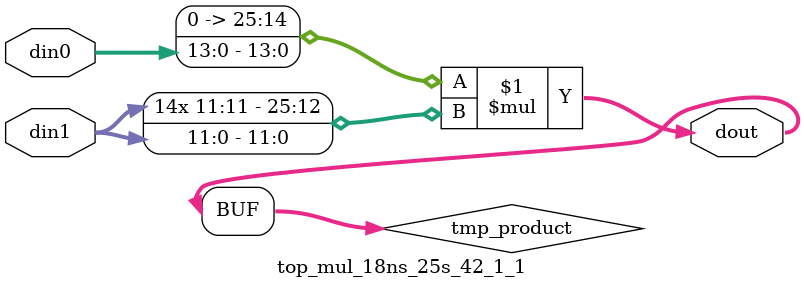
<source format=v>

`timescale 1 ns / 1 ps

 module top_mul_18ns_25s_42_1_1(din0, din1, dout);
parameter ID = 1;
parameter NUM_STAGE = 0;
parameter din0_WIDTH = 14;
parameter din1_WIDTH = 12;
parameter dout_WIDTH = 26;

input [din0_WIDTH - 1 : 0] din0; 
input [din1_WIDTH - 1 : 0] din1; 
output [dout_WIDTH - 1 : 0] dout;

wire signed [dout_WIDTH - 1 : 0] tmp_product;

























assign tmp_product = $signed({1'b0, din0}) * $signed(din1);










assign dout = tmp_product;





















endmodule

</source>
